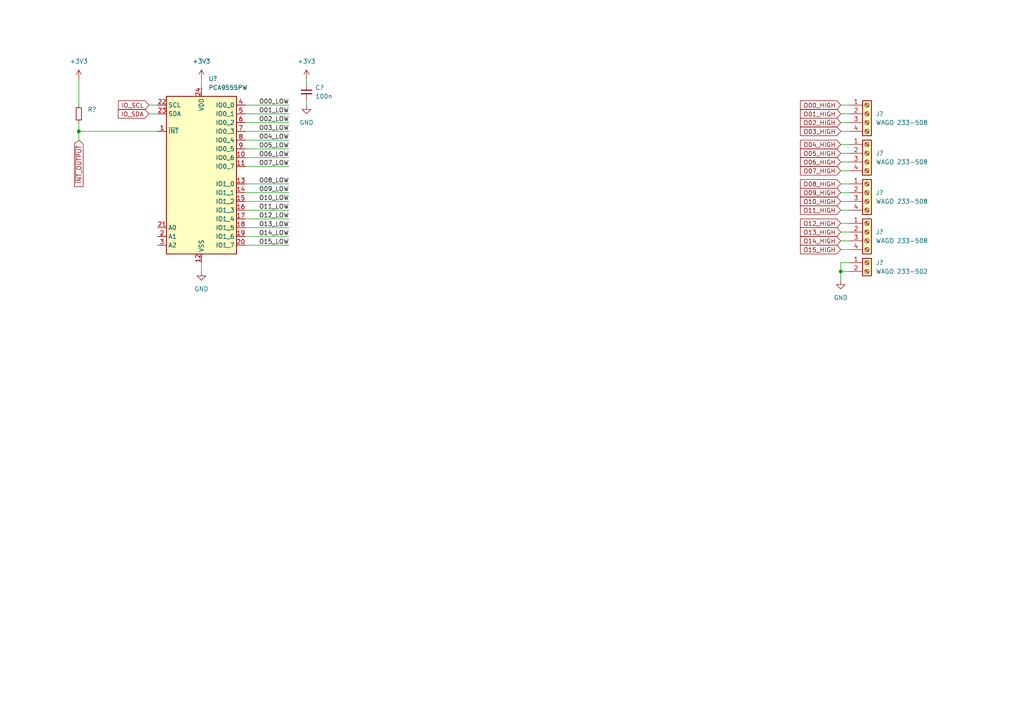
<source format=kicad_sch>
(kicad_sch (version 20211123) (generator eeschema)
  (paper "A4")
  (title_block (title "Poppy Logic Controller - IO Board") (date "2022-04-01") (rev "Unreleased") (comment 4 "24 VDC Sinking Outputs"))
  (lib_symbols
    (symbol "Connector:Screw_Terminal_01x02" (pin_names (offset 1.016) hide)
      (property "Reference" "J" (at 0 2.54 0))
      (property "Value" "Screw_Terminal_01x02" (at 0 -5.08 0))
      (symbol "Screw_Terminal_01x02_1_1"
        (rectangle (start -1.27 1.27) (end 1.27 -3.81) (stroke (width 0.254)) (fill (type background)))
        (circle (center 0 -2.54) (radius 0.635) (stroke (width 0.1524)))
        (polyline (pts (xy -0.5334 -2.2098) (xy 0.3302 -3.048)) (stroke (width 0.1524)))
        (polyline (pts (xy -0.5334 0.3302) (xy 0.3302 -0.508)) (stroke (width 0.1524)))
        (polyline (pts (xy -0.3556 -2.032) (xy 0.508 -2.8702)) (stroke (width 0.1524)))
        (polyline (pts (xy -0.3556 0.508) (xy 0.508 -0.3302)) (stroke (width 0.1524)))
        (circle (center 0 0) (radius 0.635) (stroke (width 0.1524)))
        (pin passive line (at -5.08 0 0) (length 3.81) (name "Pin_1") (number "1"))
        (pin passive line (at -5.08 -2.54 0) (length 3.81) (name "Pin_2") (number "2"))
      )
    )
    (symbol "Connector:Screw_Terminal_01x04" (pin_names (offset 1.016) hide)
      (property "Reference" "J" (at 0 5.08 0))
      (property "Value" "Screw_Terminal_01x04" (at 0 -7.62 0))
      (symbol "Screw_Terminal_01x04_1_1"
        (rectangle (start -1.27 3.81) (end 1.27 -6.35) (stroke (width 0.254)) (fill (type background)))
        (circle (center 0 -5.08) (radius 0.635) (stroke (width 0.1524)))
        (circle (center 0 -2.54) (radius 0.635) (stroke (width 0.1524)))
        (polyline (pts (xy -0.5334 -4.7498) (xy 0.3302 -5.588)) (stroke (width 0.1524)))
        (polyline (pts (xy -0.5334 -2.2098) (xy 0.3302 -3.048)) (stroke (width 0.1524)))
        (polyline (pts (xy -0.5334 0.3302) (xy 0.3302 -0.508)) (stroke (width 0.1524)))
        (polyline (pts (xy -0.5334 2.8702) (xy 0.3302 2.032)) (stroke (width 0.1524)))
        (polyline (pts (xy -0.3556 -4.572) (xy 0.508 -5.4102)) (stroke (width 0.1524)))
        (polyline (pts (xy -0.3556 -2.032) (xy 0.508 -2.8702)) (stroke (width 0.1524)))
        (polyline (pts (xy -0.3556 0.508) (xy 0.508 -0.3302)) (stroke (width 0.1524)))
        (polyline (pts (xy -0.3556 3.048) (xy 0.508 2.2098)) (stroke (width 0.1524)))
        (circle (center 0 0) (radius 0.635) (stroke (width 0.1524)))
        (circle (center 0 2.54) (radius 0.635) (stroke (width 0.1524)))
        (pin passive line (at -5.08 2.54 0) (length 3.81) (name "Pin_1") (number "1"))
        (pin passive line (at -5.08 0 0) (length 3.81) (name "Pin_2") (number "2"))
        (pin passive line (at -5.08 -2.54 0) (length 3.81) (name "Pin_3") (number "3"))
        (pin passive line (at -5.08 -5.08 0) (length 3.81) (name "Pin_4") (number "4"))
      )
    )
    (symbol "Device:C_Small" (pin_numbers hide) (pin_names (offset 0.254) hide)
      (property "Reference" "C" (at 0.254 1.778 0))
      (property "Value" "C_Small" (at 0.254 -2.032 0))
      (symbol "C_Small_0_1"
        (polyline (pts (xy -1.524 -0.508) (xy 1.524 -0.508)) (stroke (width 0.3302)))
        (polyline (pts (xy -1.524 0.508) (xy 1.524 0.508)) (stroke (width 0.3048)))
      )
      (symbol "C_Small_1_1"
        (pin passive line (at 0 2.54 270) (length 2.032) (name "~") (number "1"))
        (pin passive line (at 0 -2.54 90) (length 2.032) (name "~") (number "2"))
      )
    )
    (symbol "Device:R_Small" (pin_numbers hide) (pin_names (offset 0.254) hide)
      (property "Reference" "R" (at 0.762 0.508 0))
      (property "Value" "R_Small" (at 0.762 -1.016 0))
      (symbol "R_Small_0_1"
        (rectangle (start -0.762 1.778) (end 0.762 -1.778) (stroke (width 0.2032)))
      )
      (symbol "R_Small_1_1"
        (pin passive line (at 0 2.54 270) (length 0.762) (name "~") (number "1"))
        (pin passive line (at 0 -2.54 90) (length 0.762) (name "~") (number "2"))
      )
    )
    (symbol "Interface_Expansion:PCA9555PW"
      (property "Reference" "U" (at -8.89 24.13 0))
      (property "Value" "PCA9555PW" (at 6.35 24.13 0))
      (symbol "PCA9555PW_0_1"
        (rectangle (start -10.16 22.86) (end 10.16 -22.86) (stroke (width 0.254)) (fill (type background)))
      )
      (symbol "PCA9555PW_1_1"
        (pin open_collector line (at -12.7 12.7 0) (length 2.54) (name "~{INT}") (number "1"))
        (pin bidirectional line (at 12.7 5.08 180) (length 2.54) (name "IO0_6") (number "10"))
        (pin bidirectional line (at 12.7 2.54 180) (length 2.54) (name "IO0_7") (number "11"))
        (pin power_in line (at 0 -25.4 90) (length 2.54) (name "VSS") (number "12"))
        (pin bidirectional line (at 12.7 -2.54 180) (length 2.54) (name "IO1_0") (number "13"))
        (pin bidirectional line (at 12.7 -5.08 180) (length 2.54) (name "IO1_1") (number "14"))
        (pin bidirectional line (at 12.7 -7.62 180) (length 2.54) (name "IO1_2") (number "15"))
        (pin bidirectional line (at 12.7 -10.16 180) (length 2.54) (name "IO1_3") (number "16"))
        (pin bidirectional line (at 12.7 -12.7 180) (length 2.54) (name "IO1_4") (number "17"))
        (pin bidirectional line (at 12.7 -15.24 180) (length 2.54) (name "IO1_5") (number "18"))
        (pin bidirectional line (at 12.7 -17.78 180) (length 2.54) (name "IO1_6") (number "19"))
        (pin input line (at -12.7 -17.78 0) (length 2.54) (name "A1") (number "2"))
        (pin bidirectional line (at 12.7 -20.32 180) (length 2.54) (name "IO1_7") (number "20"))
        (pin input line (at -12.7 -15.24 0) (length 2.54) (name "A0") (number "21"))
        (pin input line (at -12.7 20.32 0) (length 2.54) (name "SCL") (number "22"))
        (pin bidirectional line (at -12.7 17.78 0) (length 2.54) (name "SDA") (number "23"))
        (pin power_in line (at 0 25.4 270) (length 2.54) (name "VDD") (number "24"))
        (pin input line (at -12.7 -20.32 0) (length 2.54) (name "A2") (number "3"))
        (pin bidirectional line (at 12.7 20.32 180) (length 2.54) (name "IO0_0") (number "4"))
        (pin bidirectional line (at 12.7 17.78 180) (length 2.54) (name "IO0_1") (number "5"))
        (pin bidirectional line (at 12.7 15.24 180) (length 2.54) (name "IO0_2") (number "6"))
        (pin bidirectional line (at 12.7 12.7 180) (length 2.54) (name "IO0_3") (number "7"))
        (pin bidirectional line (at 12.7 10.16 180) (length 2.54) (name "IO0_4") (number "8"))
        (pin bidirectional line (at 12.7 7.62 180) (length 2.54) (name "IO0_5") (number "9"))
      )
    )
    (symbol "power:+3.3V" (power) (pin_names (offset 0))
      (property "Value" "+3.3V" (at 0 3.556 0))
      (symbol "+3.3V_0_1"
        (polyline (pts (xy -0.762 1.27) (xy 0 2.54)))
        (polyline (pts (xy 0 0) (xy 0 2.54)))
        (polyline (pts (xy 0 2.54) (xy 0.762 1.27)))
      )
      (symbol "+3.3V_1_1"
        (pin power_in line (at 0 0 90) (length 0) hide (name "+3V3") (number "1"))
      )
    )
    (symbol "power:GND" (power) (pin_names (offset 0))
      (property "Value" "GND" (at 0 -3.81 0))
      (symbol "GND_0_1"
        (polyline (pts (xy 0 0) (xy 0 -1.27) (xy 1.27 -1.27) (xy 0 -2.54) (xy -1.27 -1.27) (xy 0 -1.27)))
      )
      (symbol "GND_1_1"
        (pin power_in line (at 0 0 270) (length 0) hide (name "GND") (number "1"))
      )
    )
  )
  (junction (at 243.84 78.74))
  (junction (at 22.86 38.1))
  (wire (pts (xy 71.12 63.5) (xy 83.82 63.5)))
  (wire (pts (xy 243.84 53.34) (xy 246.38 53.34)))
  (wire (pts (xy 58.42 22.86) (xy 58.42 25.4)))
  (wire (pts (xy 243.84 69.85) (xy 246.38 69.85)))
  (wire (pts (xy 243.84 44.45) (xy 246.38 44.45)))
  (wire (pts (xy 243.84 49.53) (xy 246.38 49.53)))
  (wire (pts (xy 243.84 67.31) (xy 246.38 67.31)))
  (wire (pts (xy 243.84 46.99) (xy 246.38 46.99)))
  (wire (pts (xy 243.84 33.02) (xy 246.38 33.02)))
  (wire (pts (xy 88.9 29.21) (xy 88.9 30.48)))
  (wire (pts (xy 71.12 66.04) (xy 83.82 66.04)))
  (wire (pts (xy 243.84 78.74) (xy 246.38 78.74)))
  (wire (pts (xy 71.12 55.88) (xy 83.82 55.88)))
  (wire (pts (xy 71.12 30.48) (xy 83.82 30.48)))
  (wire (pts (xy 22.86 22.86) (xy 22.86 30.48)))
  (wire (pts (xy 71.12 48.26) (xy 83.82 48.26)))
  (wire (pts (xy 71.12 35.56) (xy 83.82 35.56)))
  (wire (pts (xy 71.12 71.12) (xy 83.82 71.12)))
  (wire (pts (xy 243.84 60.96) (xy 246.38 60.96)))
  (wire (pts (xy 71.12 38.1) (xy 83.82 38.1)))
  (wire (pts (xy 243.84 58.42) (xy 246.38 58.42)))
  (wire (pts (xy 22.86 35.56) (xy 22.86 38.1)))
  (wire (pts (xy 22.86 38.1) (xy 45.72 38.1)))
  (wire (pts (xy 71.12 53.34) (xy 83.82 53.34)))
  (wire (pts (xy 58.42 76.2) (xy 58.42 78.74)))
  (wire (pts (xy 88.9 22.86) (xy 88.9 24.13)))
  (wire (pts (xy 243.84 30.48) (xy 246.38 30.48)))
  (wire (pts (xy 243.84 81.28) (xy 243.84 78.74)))
  (wire (pts (xy 45.72 33.02) (xy 43.18 33.02)))
  (wire (pts (xy 71.12 68.58) (xy 83.82 68.58)))
  (wire (pts (xy 71.12 40.64) (xy 83.82 40.64)))
  (wire (pts (xy 243.84 76.2) (xy 246.38 76.2)))
  (wire (pts (xy 243.84 41.91) (xy 246.38 41.91)))
  (wire (pts (xy 71.12 58.42) (xy 83.82 58.42)))
  (wire (pts (xy 243.84 64.77) (xy 246.38 64.77)))
  (wire (pts (xy 243.84 38.1) (xy 246.38 38.1)))
  (wire (pts (xy 71.12 33.02) (xy 83.82 33.02)))
  (wire (pts (xy 243.84 78.74) (xy 243.84 76.2)))
  (wire (pts (xy 71.12 60.96) (xy 83.82 60.96)))
  (wire (pts (xy 71.12 43.18) (xy 83.82 43.18)))
  (wire (pts (xy 243.84 72.39) (xy 246.38 72.39)))
  (wire (pts (xy 45.72 30.48) (xy 43.18 30.48)))
  (wire (pts (xy 243.84 35.56) (xy 246.38 35.56)))
  (wire (pts (xy 71.12 45.72) (xy 83.82 45.72)))
  (wire (pts (xy 243.84 55.88) (xy 246.38 55.88)))
  (wire (pts (xy 22.86 38.1) (xy 22.86 40.64)))
  (label "O10_LOW" (at 83.82 58.42 180))
  (label "O12_LOW" (at 83.82 63.5 180))
  (label "O03_LOW" (at 83.82 38.1 180))
  (label "O01_LOW" (at 83.82 33.02 180))
  (label "O08_LOW" (at 83.82 53.34 180))
  (label "O11_LOW" (at 83.82 60.96 180))
  (label "O04_LOW" (at 83.82 40.64 180))
  (label "O02_LOW" (at 83.82 35.56 180))
  (label "O14_LOW" (at 83.82 68.58 180))
  (label "O05_LOW" (at 83.82 43.18 180))
  (label "O13_LOW" (at 83.82 66.04 180))
  (label "O00_LOW" (at 83.82 30.48 180))
  (label "O09_LOW" (at 83.82 55.88 180))
  (label "O06_LOW" (at 83.82 45.72 180))
  (label "O07_LOW" (at 83.82 48.26 180))
  (label "O15_LOW" (at 83.82 71.12 180))
  (global_label "O01_HIGH" (shape input) (at 243.84 33.02 180) (property "Intersheet References" "${INTERSHEET_REFS}" (effects hide)))
  (global_label "O11_HIGH" (shape input) (at 243.84 60.96 180) (property "Intersheet References" "${INTERSHEET_REFS}" (effects hide)))
  (global_label "O06_HIGH" (shape input) (at 243.84 46.99 180) (property "Intersheet References" "${INTERSHEET_REFS}" (effects hide)))
  (global_label "IO_SCL" (shape input) (at 43.18 30.48 180) (property "Intersheet References" "${INTERSHEET_REFS}" (effects hide)))
  (global_label "O08_HIGH" (shape input) (at 243.84 53.34 180) (property "Intersheet References" "${INTERSHEET_REFS}" (effects hide)))
  (global_label "O10_HIGH" (shape input) (at 243.84 58.42 180) (property "Intersheet References" "${INTERSHEET_REFS}" (effects hide)))
  (global_label "O05_HIGH" (shape input) (at 243.84 44.45 180) (property "Intersheet References" "${INTERSHEET_REFS}" (effects hide)))
  (global_label "O12_HIGH" (shape input) (at 243.84 64.77 180) (property "Intersheet References" "${INTERSHEET_REFS}" (effects hide)))
  (global_label "O03_HIGH" (shape input) (at 243.84 38.1 180) (property "Intersheet References" "${INTERSHEET_REFS}" (effects hide)))
  (global_label "O02_HIGH" (shape input) (at 243.84 35.56 180) (property "Intersheet References" "${INTERSHEET_REFS}" (effects hide)))
  (global_label "O14_HIGH" (shape input) (at 243.84 69.85 180) (property "Intersheet References" "${INTERSHEET_REFS}" (effects hide)))
  (global_label "O04_HIGH" (shape input) (at 243.84 41.91 180) (property "Intersheet References" "${INTERSHEET_REFS}" (effects hide)))
  (global_label "O13_HIGH" (shape input) (at 243.84 67.31 180) (property "Intersheet References" "${INTERSHEET_REFS}" (effects hide)))
  (global_label "O09_HIGH" (shape input) (at 243.84 55.88 180) (property "Intersheet References" "${INTERSHEET_REFS}" (effects hide)))
  (global_label "O07_HIGH" (shape input) (at 243.84 49.53 180) (property "Intersheet References" "${INTERSHEET_REFS}" (effects hide)))
  (global_label "IO_SDA" (shape input) (at 43.18 33.02 180) (property "Intersheet References" "${INTERSHEET_REFS}" (effects hide)))
  (global_label "O00_HIGH" (shape input) (at 243.84 30.48 180) (property "Intersheet References" "${INTERSHEET_REFS}" (effects hide)))
  (global_label "O15_HIGH" (shape input) (at 243.84 72.39 180) (property "Intersheet References" "${INTERSHEET_REFS}" (effects hide)))
  (global_label "~{INT_OUTPUT}" (shape input) (at 22.86 40.64 270) (property "Intersheet References" "${INTERSHEET_REFS}" (effects hide)))
  (symbol (lib_id "Device:C_Small") (at 88.9 26.67 0) (unit 1)
    (property "Reference" "C?" (at 91.44 25.4062 0) (effects (justify left)))
    (property "Value" "100n" (at 91.44 27.9462 0) (effects (justify left)))
  )
  (symbol (lib_id "Connector:Screw_Terminal_01x04") (at 251.46 67.31 0) (unit 1)
    (property "Reference" "J?" (at 254 67.3099 0) (effects (justify left)))
    (property "Value" "WAGO 233-508" (at 254 69.8499 0) (effects (justify left)))
  )
  (symbol (lib_id "Device:R_Small") (at 22.86 33.02 0) (unit 1)
    (property "Reference" "R?" (at 25.4 31.7499 0) (effects (justify left)))
  )
  (symbol (lib_id "power:+3.3V") (at 22.86 22.86 0) (unit 1)
    (property "Reference" "#PWR?" (effects hide))
    (property "Value" "+3.3V" (at 22.86 17.78 0))
  )
  (symbol (lib_id "power:+3.3V") (at 88.9 22.86 0) (unit 1)
    (property "Reference" "#PWR?" (effects hide))
    (property "Value" "+3.3V" (at 88.9 17.78 0))
  )
  (symbol (lib_id "power:GND") (at 243.84 81.28 0) (unit 1)
    (property "Reference" "#PWR?" (effects hide))
    (property "Value" "GND" (at 243.84 86.36 0))
  )
  (symbol (lib_id "power:+3.3V") (at 58.42 22.86 0) (unit 1)
    (property "Reference" "#PWR?" (effects hide))
    (property "Value" "+3.3V" (at 58.42 17.78 0))
  )
  (symbol (lib_id "Connector:Screw_Terminal_01x04") (at 251.46 44.45 0) (unit 1)
    (property "Reference" "J?" (at 254 44.4499 0) (effects (justify left)))
    (property "Value" "WAGO 233-508" (at 254 46.9899 0) (effects (justify left)))
  )
  (symbol (lib_id "power:GND") (at 88.9 30.48 0) (unit 1)
    (property "Reference" "#PWR?" (effects hide))
    (property "Value" "GND" (at 88.9 35.56 0))
  )
  (symbol (lib_id "Connector:Screw_Terminal_01x02") (at 251.46 76.2 0) (unit 1)
    (property "Reference" "J?" (at 254 76.1999 0) (effects (justify left)))
    (property "Value" "WAGO 233-502" (at 254 78.7399 0) (effects (justify left)))
  )
  (symbol (lib_id "Interface_Expansion:PCA9555PW") (at 58.42 50.8 0) (unit 1)
    (property "Reference" "U?" (at 60.4394 22.86 0) (effects (justify left)))
    (property "Value" "PCA9555PW" (at 60.4394 25.4 0) (effects (justify left)))
    (property "Footprint" "Package_SO:TSSOP-24_4.4x7.8mm_P0.65mm" (effects hide))
    (property "Datasheet" "https://www.nxp.com/docs/en/data-sheet/PCA9555.pdf" (effects hide))
  )
  (symbol (lib_id "Connector:Screw_Terminal_01x04") (at 251.46 55.88 0) (unit 1)
    (property "Reference" "J?" (at 254 55.8799 0) (effects (justify left)))
    (property "Value" "WAGO 233-508" (at 254 58.4199 0) (effects (justify left)))
  )
  (symbol (lib_id "Connector:Screw_Terminal_01x04") (at 251.46 33.02 0) (unit 1)
    (property "Reference" "J?" (at 254 33.0199 0) (effects (justify left)))
    (property "Value" "WAGO 233-508" (at 254 35.5599 0) (effects (justify left)))
  )
  (symbol (lib_id "power:GND") (at 58.42 78.74 0) (unit 1)
    (property "Reference" "#PWR?" (effects hide))
    (property "Value" "GND" (at 58.42 83.82 0))
  )
)
</source>
